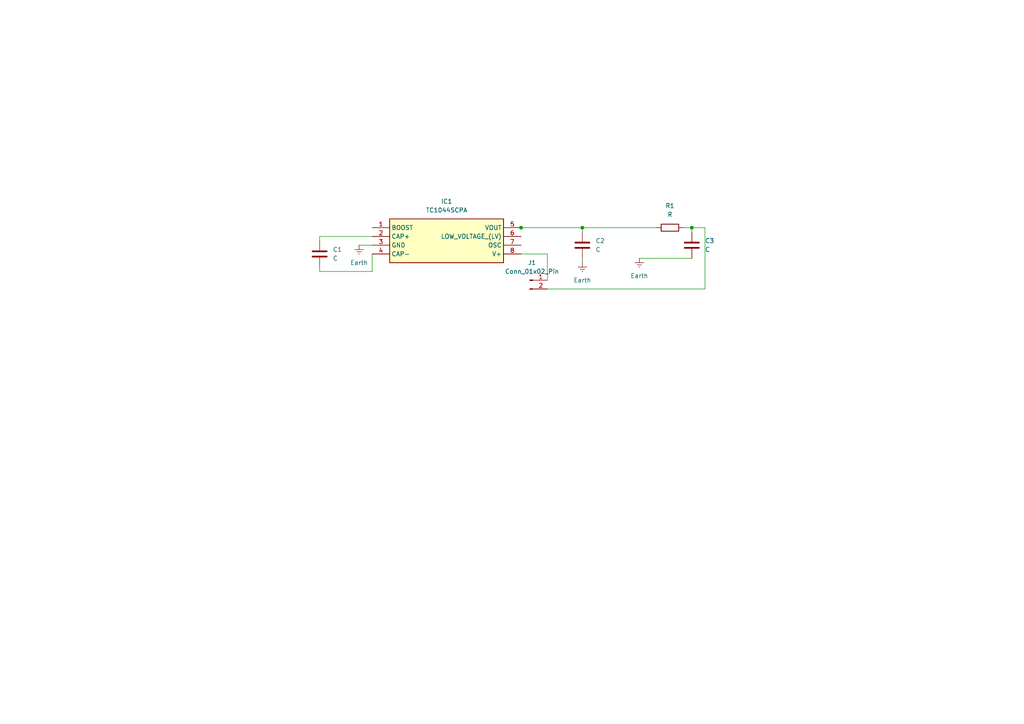
<source format=kicad_sch>
(kicad_sch (version 20231120) (generator "eeschema") (generator_version "8.0")
  (paper "A4")
  (lib_symbols
    (symbol "Connector:Conn_01x02_Pin" (pin_names (offset 1.016) hide)
      (property "Reference" "J" (at 0 2.54 0))
      (property "Value" "Conn_01x02_Pin" (at 0 -5.08 0))
      (symbol "Conn_01x02_Pin_1_1"
        (polyline (pts (xy 1.27 -2.54) (xy 0.8636 -2.54)) (stroke (width 0.1524)))
        (polyline (pts (xy 1.27 0) (xy 0.8636 0)) (stroke (width 0.1524)))
        (rectangle (start 0.8636 -2.413) (end 0 -2.667) (stroke (width 0.1524)) (fill (type outline)))
        (rectangle (start 0.8636 0.127) (end 0 -0.127) (stroke (width 0.1524)) (fill (type outline)))
        (pin passive line (at 5.08 0 180) (length 3.81) (name "Pin_1") (number "1"))
        (pin passive line (at 5.08 -2.54 180) (length 3.81) (name "Pin_2") (number "2"))
      )
    )
    (symbol "Device:C" (pin_numbers hide) (pin_names (offset 0.254))
      (property "Reference" "C" (at 0.635 2.54 0))
      (property "Value" "C" (at 0.635 -2.54 0))
      (symbol "C_0_1"
        (polyline (pts (xy -2.032 -0.762) (xy 2.032 -0.762)) (stroke (width 0.508)))
        (polyline (pts (xy -2.032 0.762) (xy 2.032 0.762)) (stroke (width 0.508)))
      )
      (symbol "C_1_1"
        (pin passive line (at 0 3.81 270) (length 2.794) (name "~") (number "1"))
        (pin passive line (at 0 -3.81 90) (length 2.794) (name "~") (number "2"))
      )
    )
    (symbol "Device:R" (pin_numbers hide) (pin_names (offset 0))
      (property "Reference" "R" (at 2.032 0 90))
      (property "Value" "R" (at 0 0 90))
      (symbol "R_0_1"
        (rectangle (start -1.016 -2.54) (end 1.016 2.54) (stroke (width 0.254)))
      )
      (symbol "R_1_1"
        (pin passive line (at 0 3.81 270) (length 1.27) (name "~") (number "1"))
        (pin passive line (at 0 -3.81 90) (length 1.27) (name "~") (number "2"))
      )
    )
    (symbol "TC144SCPA:TC1044SCPA"
      (property "Reference" "IC" (at 39.37 7.62 0))
      (property "Value" "TC1044SCPA" (at 39.37 5.08 0))
      (symbol "TC1044SCPA_1_1"
        (rectangle (start 5.08 2.54) (end 38.1 -10.16) (stroke (width 0.254)) (fill (type background)))
        (pin passive line (at 0 0 0) (length 5.08) (name "BOOST") (number "1"))
        (pin passive line (at 0 -2.54 0) (length 5.08) (name "CAP+") (number "2"))
        (pin passive line (at 0 -5.08 0) (length 5.08) (name "GND") (number "3"))
        (pin passive line (at 0 -7.62 0) (length 5.08) (name "CAP-") (number "4"))
        (pin passive line (at 43.18 0 180) (length 5.08) (name "VOUT") (number "5"))
        (pin passive line (at 43.18 -2.54 180) (length 5.08) (name "LOW_VOLTAGE_(LV)") (number "6"))
        (pin passive line (at 43.18 -5.08 180) (length 5.08) (name "OSC") (number "7"))
        (pin passive line (at 43.18 -7.62 180) (length 5.08) (name "V+") (number "8"))
      )
    )
    (symbol "power:Earth" (power) (pin_numbers hide) (pin_names (offset 0) hide)
      (property "Value" "Earth" (at 0 -3.81 0))
      (symbol "Earth_0_1"
        (polyline (pts (xy -0.635 -1.905) (xy 0.635 -1.905)))
        (polyline (pts (xy -0.127 -2.54) (xy 0.127 -2.54)))
        (polyline (pts (xy 0 -1.27) (xy 0 0)))
        (polyline (pts (xy 1.27 -1.27) (xy -1.27 -1.27)))
      )
      (symbol "Earth_1_1"
        (pin power_in line (at 0 0 270) (length 0) (name "~") (number "1"))
      )
    )
  )
  (junction (at 200.66 66.04))
  (junction (at 151.13 66.04))
  (junction (at 168.91 66.04))
  (wire (pts (xy 104.14 71.12) (xy 107.95 71.12)))
  (wire (pts (xy 107.95 68.58) (xy 92.71 68.58)))
  (wire (pts (xy 158.75 83.82) (xy 204.47 83.82)))
  (wire (pts (xy 149.86 66.04) (xy 151.13 66.04)))
  (wire (pts (xy 151.13 66.04) (xy 168.91 66.04)))
  (wire (pts (xy 200.66 66.04) (xy 204.47 66.04)))
  (wire (pts (xy 92.71 77.47) (xy 92.71 78.74)))
  (wire (pts (xy 204.47 83.82) (xy 204.47 66.04)))
  (wire (pts (xy 158.75 73.66) (xy 158.75 81.28)))
  (wire (pts (xy 107.95 78.74) (xy 92.71 78.74)))
  (wire (pts (xy 107.95 73.66) (xy 107.95 78.74)))
  (wire (pts (xy 168.91 67.31) (xy 168.91 66.04)))
  (wire (pts (xy 185.42 74.93) (xy 200.66 74.93)))
  (wire (pts (xy 200.66 66.04) (xy 200.66 67.31)))
  (wire (pts (xy 168.91 66.04) (xy 190.5 66.04)))
  (wire (pts (xy 198.12 66.04) (xy 200.66 66.04)))
  (wire (pts (xy 151.13 73.66) (xy 158.75 73.66)))
  (wire (pts (xy 92.71 68.58) (xy 92.71 69.85)))
  (wire (pts (xy 168.91 76.2) (xy 168.91 74.93)))
  (symbol (lib_id "Device:C") (at 92.71 73.66 0) (unit 1)
    (property "Reference" "C1" (at 96.52 72.3899 0) (effects (justify left)))
    (property "Value" "C" (at 96.52 74.9299 0) (effects (justify left)))
    (property "Footprint" "Capacitor_THT:C_Rect_L16.5mm_W11.8mm_P15.00mm_MKT" (effects (hide yes)))
    (property "Description" "Unpolarized capacitor" (effects (hide yes)))
  )
  (symbol (lib_id "power:Earth") (at 168.91 76.2 0) (unit 1)
    (property "Reference" "#PWR05" (effects (hide yes)))
    (property "Value" "Earth" (at 168.91 81.28 0))
    (property "Description" "Power symbol creates a global label with name \"Earth\"" (effects (hide yes)))
  )
  (symbol (lib_id "Device:C") (at 168.91 71.12 0) (unit 1)
    (property "Reference" "C2" (at 172.72 69.8499 0) (effects (justify left)))
    (property "Value" "C" (at 172.72 72.3899 0) (effects (justify left)))
    (property "Footprint" "Capacitor_THT:C_Rect_L16.5mm_W11.8mm_P15.00mm_MKT" (effects (hide yes)))
    (property "Description" "Unpolarized capacitor" (effects (hide yes)))
  )
  (symbol (lib_id "Device:C") (at 200.66 71.12 0) (unit 1)
    (property "Reference" "C3" (at 204.47 69.8499 0) (effects (justify left)))
    (property "Value" "C" (at 204.47 72.3899 0) (effects (justify left)))
    (property "Footprint" "Capacitor_THT:C_Rect_L16.5mm_W11.8mm_P15.00mm_MKT" (effects (hide yes)))
    (property "Description" "Unpolarized capacitor" (effects (hide yes)))
  )
  (symbol (lib_id "power:Earth") (at 104.14 71.12 0) (unit 1)
    (property "Reference" "#PWR02" (effects (hide yes)))
    (property "Value" "Earth" (at 104.14 76.2 0))
    (property "Description" "Power symbol creates a global label with name \"Earth\"" (effects (hide yes)))
  )
  (symbol (lib_id "Device:R") (at 194.31 66.04 90) (unit 1)
    (property "Reference" "R1" (at 194.31 59.69 90))
    (property "Value" "R" (at 194.31 62.23 90))
    (property "Footprint" "Resistor_THT:R_Axial_DIN0207_L6.3mm_D2.5mm_P10.16mm_Horizontal" (effects (hide yes)))
    (property "Description" "Resistor" (effects (hide yes)))
  )
  (symbol (lib_id "Connector:Conn_01x02_Pin") (at 153.67 81.28 0) (unit 1)
    (property "Reference" "J1" (at 154.305 76.2 0))
    (property "Value" "Conn_01x02_Pin" (at 154.305 78.74 0))
    (property "Footprint" "Connector_PinHeader_2.54mm:PinHeader_1x02_P2.54mm_Vertical" (effects (hide yes)))
    (property "Description" "Generic connector, single row, 01x02, script generated" (effects (hide yes)))
  )
  (symbol (lib_id "power:Earth") (at 185.42 74.93 0) (unit 1)
    (property "Reference" "#PWR06" (effects (hide yes)))
    (property "Value" "Earth" (at 185.42 80.01 0))
    (property "Description" "Power symbol creates a global label with name \"Earth\"" (effects (hide yes)))
  )
  (symbol (lib_id "TC144SCPA:TC1044SCPA") (at 107.95 66.04 0) (unit 1)
    (property "Reference" "IC1" (at 129.54 58.42 0))
    (property "Value" "TC1044SCPA" (at 129.54 60.96 0))
    (property "Footprint" "KiCad_TC144SCPA:DIP762W56P254L950H508Q8N" (effects (hide yes)))
    (property "Datasheet" "http://ww1.microchip.com/downloads/en/devicedoc/21348a.pdf" (effects (hide yes)))
    (property "Description" "IC CHRG PUMP INV ADJ 20MA" (effects (hide yes)))
    (property "Height" "5.08" (effects (hide yes)))
    (property "Mouser Part Number" "579-TC1044SCPA" (effects (hide yes)))
    (property "Mouser Price/Stock" "https://www.mouser.co.uk/ProductDetail/Microchip-Technology/TC1044SCPA?qs=cC9UkDmCsZtU9kTPnqaTBA%3D%3D" (effects (hide yes)))
    (property "Manufacturer_Name" "Microchip" (effects (hide yes)))
    (property "Manufacturer_Part_Number" "TC1044SCPA" (effects (hide yes)))
  )
)
</source>
